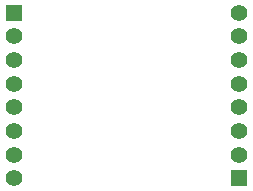
<source format=gbl>
G04 DipTrace 2.4.0.2*
%INBottom.gbl*%
%MOIN*%
%ADD17R,0.0551X0.0551*%
%ADD18C,0.0551*%
%FSLAX44Y44*%
G04*
G70*
G90*
G75*
G01*
%LNBottom*%
%LPD*%
D17*
X4682Y10059D3*
D18*
Y9271D3*
Y8484D3*
Y7696D3*
Y6909D3*
Y6122D3*
Y5334D3*
Y4547D3*
D17*
X12182D3*
D18*
Y5334D3*
Y6122D3*
Y6909D3*
Y7696D3*
Y8484D3*
Y9271D3*
Y10059D3*
M02*

</source>
